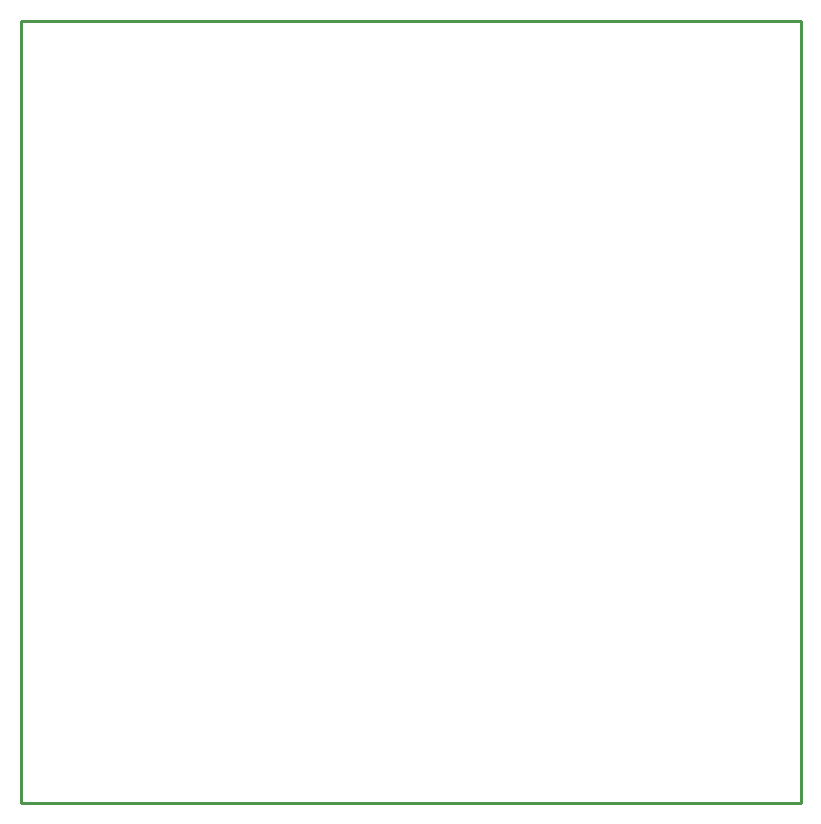
<source format=gm1>
G04*
G04 #@! TF.GenerationSoftware,Altium Limited,Altium Designer,20.1.14 (287)*
G04*
G04 Layer_Color=16711935*
%FSLAX25Y25*%
%MOIN*%
G70*
G04*
G04 #@! TF.SameCoordinates,9EA74FF0-E2A0-47AC-9F38-8029312ED962*
G04*
G04*
G04 #@! TF.FilePolarity,Positive*
G04*
G01*
G75*
%ADD11C,0.01000*%
D11*
X349829Y399500D02*
X609671D01*
X609671Y139000D02*
Y399500D01*
X349829Y139000D02*
X609671D01*
X349829D02*
Y399500D01*
M02*

</source>
